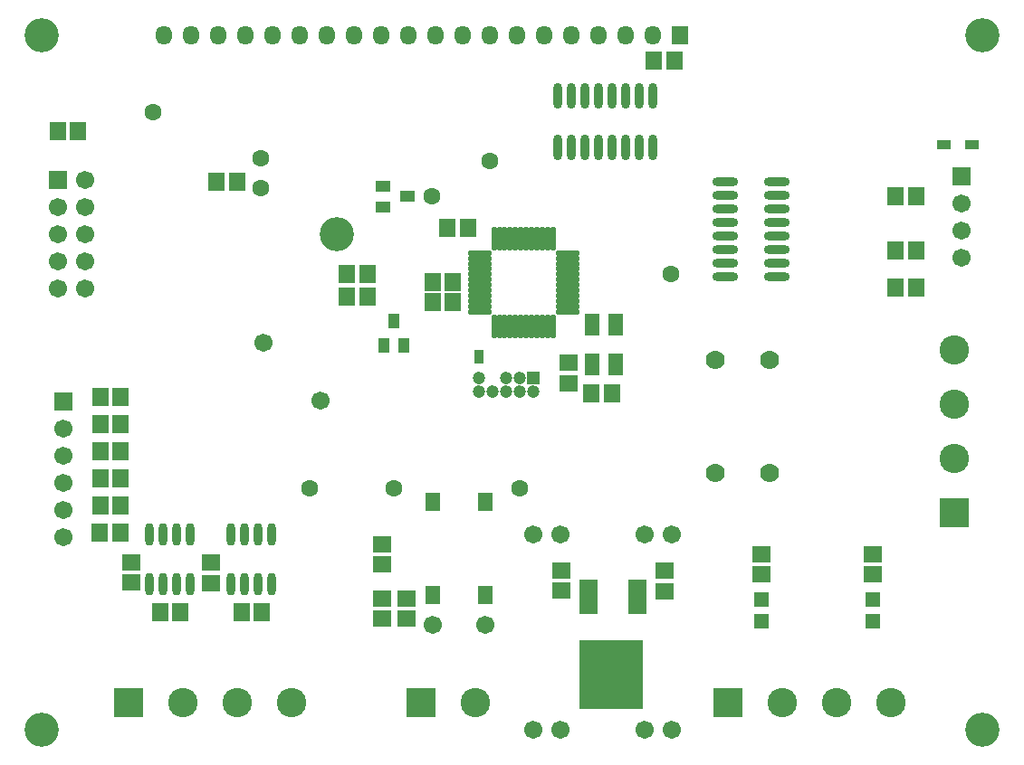
<source format=gts>
G04 Layer_Color=8388736*
%FSLAX23Y23*%
%MOIN*%
G70*
G01*
G75*
%ADD56R,0.067X0.059*%
%ADD57O,0.032X0.095*%
%ADD58O,0.095X0.032*%
%ADD59R,0.071X0.126*%
%ADD60R,0.236X0.252*%
%ADD61R,0.059X0.067*%
%ADD62O,0.020X0.091*%
%ADD63O,0.091X0.020*%
%ADD64O,0.032X0.083*%
%ADD65R,0.039X0.055*%
%ADD66R,0.055X0.068*%
%ADD67R,0.055X0.055*%
%ADD68R,0.055X0.079*%
%ADD69R,0.055X0.039*%
%ADD70R,0.028X0.036*%
%ADD71R,0.036X0.028*%
%ADD72R,0.020X0.014*%
%ADD73R,0.067X0.067*%
%ADD74C,0.067*%
%ADD75C,0.063*%
%ADD76R,0.108X0.108*%
%ADD77C,0.108*%
%ADD78R,0.108X0.108*%
%ADD79R,0.047X0.047*%
%ADD80C,0.047*%
%ADD81C,0.070*%
%ADD82O,0.059X0.071*%
%ADD83R,0.059X0.071*%
%ADD84C,0.126*%
D56*
X-479Y-871D02*
D03*
Y-797D02*
D03*
X561Y-695D02*
D03*
Y-770D02*
D03*
X181Y-693D02*
D03*
Y-767D02*
D03*
X-1400Y-737D02*
D03*
Y-663D02*
D03*
X-1109Y-740D02*
D03*
Y-665D02*
D03*
X207Y72D02*
D03*
Y-2D02*
D03*
X920Y-633D02*
D03*
Y-707D02*
D03*
X1330Y-633D02*
D03*
Y-707D02*
D03*
X-389Y-797D02*
D03*
Y-871D02*
D03*
X-479Y-671D02*
D03*
Y-597D02*
D03*
D57*
X519Y1057D02*
D03*
X469D02*
D03*
X419D02*
D03*
X369D02*
D03*
X319D02*
D03*
X269D02*
D03*
X219D02*
D03*
X169D02*
D03*
X519Y868D02*
D03*
X469D02*
D03*
X419D02*
D03*
X369D02*
D03*
X319D02*
D03*
X269D02*
D03*
X219D02*
D03*
X169D02*
D03*
D58*
X974Y390D02*
D03*
Y440D02*
D03*
Y490D02*
D03*
Y540D02*
D03*
Y590D02*
D03*
Y640D02*
D03*
Y690D02*
D03*
Y740D02*
D03*
X786Y390D02*
D03*
Y440D02*
D03*
Y490D02*
D03*
Y540D02*
D03*
Y590D02*
D03*
Y640D02*
D03*
Y690D02*
D03*
Y740D02*
D03*
D59*
X281Y-789D02*
D03*
X461D02*
D03*
D60*
X366Y-1076D02*
D03*
D61*
X-533Y401D02*
D03*
X-607D02*
D03*
X-533Y316D02*
D03*
X-607D02*
D03*
X1413Y686D02*
D03*
X1487D02*
D03*
X-1296Y-848D02*
D03*
X-1221D02*
D03*
X-996D02*
D03*
X-921D02*
D03*
X-1440Y-455D02*
D03*
X-1515D02*
D03*
X-1440Y-355D02*
D03*
X-1515D02*
D03*
X-1440Y-255D02*
D03*
X-1515D02*
D03*
X-1440Y-155D02*
D03*
X-1515D02*
D03*
X-1440Y-55D02*
D03*
X-1515D02*
D03*
X-1517Y-555D02*
D03*
X-1443D02*
D03*
X1413Y486D02*
D03*
X1487D02*
D03*
X-163Y571D02*
D03*
X-238D02*
D03*
X-218Y295D02*
D03*
X-293D02*
D03*
X-1598Y925D02*
D03*
X-1672D02*
D03*
X-218Y370D02*
D03*
X-293D02*
D03*
X1413Y350D02*
D03*
X1487D02*
D03*
X367Y-40D02*
D03*
X293D02*
D03*
X523Y1185D02*
D03*
X597D02*
D03*
X-1087Y740D02*
D03*
X-1013D02*
D03*
D62*
X-66Y531D02*
D03*
X-46D02*
D03*
X-27D02*
D03*
X-7D02*
D03*
X13D02*
D03*
X32D02*
D03*
X52D02*
D03*
X72D02*
D03*
X92D02*
D03*
X111D02*
D03*
X131D02*
D03*
X151D02*
D03*
Y208D02*
D03*
X131D02*
D03*
X111D02*
D03*
X92D02*
D03*
X72D02*
D03*
X52D02*
D03*
X32D02*
D03*
X13D02*
D03*
X-7D02*
D03*
X-27D02*
D03*
X-46D02*
D03*
X-66D02*
D03*
D63*
X204Y478D02*
D03*
Y458D02*
D03*
Y438D02*
D03*
Y419D02*
D03*
Y399D02*
D03*
Y379D02*
D03*
Y360D02*
D03*
Y340D02*
D03*
Y320D02*
D03*
Y301D02*
D03*
Y281D02*
D03*
Y261D02*
D03*
X-119D02*
D03*
Y281D02*
D03*
Y301D02*
D03*
Y320D02*
D03*
Y340D02*
D03*
Y360D02*
D03*
Y379D02*
D03*
Y399D02*
D03*
Y419D02*
D03*
Y438D02*
D03*
Y458D02*
D03*
Y478D02*
D03*
D64*
X-884Y-560D02*
D03*
X-934D02*
D03*
X-984D02*
D03*
X-1034D02*
D03*
X-884Y-745D02*
D03*
X-934D02*
D03*
X-984D02*
D03*
X-1034D02*
D03*
X-1334D02*
D03*
X-1284D02*
D03*
X-1234D02*
D03*
X-1184D02*
D03*
X-1334Y-560D02*
D03*
X-1284D02*
D03*
X-1234D02*
D03*
X-1184D02*
D03*
D65*
X-472Y135D02*
D03*
X-398D02*
D03*
X-435Y225D02*
D03*
D66*
X-293Y-784D02*
D03*
X-97D02*
D03*
Y-440D02*
D03*
X-293D02*
D03*
D67*
X1330Y-881D02*
D03*
Y-799D02*
D03*
X920D02*
D03*
Y-881D02*
D03*
D68*
X381Y65D02*
D03*
X294D02*
D03*
Y214D02*
D03*
X381D02*
D03*
D69*
X-475Y722D02*
D03*
Y648D02*
D03*
X-385Y685D02*
D03*
D70*
X1577Y877D02*
D03*
X1601D02*
D03*
X1705D02*
D03*
X1681D02*
D03*
D71*
X-123Y107D02*
D03*
Y83D02*
D03*
D72*
X1589Y877D02*
D03*
D73*
X1655Y760D02*
D03*
X-1650Y-70D02*
D03*
X-1670Y745D02*
D03*
D74*
X1655Y660D02*
D03*
Y560D02*
D03*
Y460D02*
D03*
X-704Y-66D02*
D03*
X-916Y146D02*
D03*
X-1650Y-570D02*
D03*
Y-470D02*
D03*
Y-370D02*
D03*
Y-270D02*
D03*
Y-170D02*
D03*
X-1670Y345D02*
D03*
X-1570D02*
D03*
Y445D02*
D03*
X-1670D02*
D03*
X-1570Y545D02*
D03*
X-1670D02*
D03*
X-1570Y645D02*
D03*
X-1670D02*
D03*
X-1570Y745D02*
D03*
X588Y-1280D02*
D03*
X178D02*
D03*
X588Y-560D02*
D03*
X178D02*
D03*
X78D02*
D03*
X488D02*
D03*
X78Y-1280D02*
D03*
X488D02*
D03*
X-293Y-895D02*
D03*
X-97D02*
D03*
D75*
X30Y-390D02*
D03*
X-435D02*
D03*
X-1320Y995D02*
D03*
X-745Y-390D02*
D03*
X585Y399D02*
D03*
X-295Y685D02*
D03*
X-925Y825D02*
D03*
Y715D02*
D03*
X-83Y815D02*
D03*
D76*
X-335Y-1180D02*
D03*
X795D02*
D03*
X-1410D02*
D03*
D77*
X-135D02*
D03*
X1395D02*
D03*
X1195D02*
D03*
X995D02*
D03*
X1630Y-280D02*
D03*
Y-80D02*
D03*
Y120D02*
D03*
X-1210Y-1180D02*
D03*
X-1010D02*
D03*
X-810D02*
D03*
D78*
X1630Y-480D02*
D03*
D79*
X77Y15D02*
D03*
D80*
Y-35D02*
D03*
X27Y15D02*
D03*
Y-35D02*
D03*
X-23Y15D02*
D03*
Y-35D02*
D03*
X-73D02*
D03*
X-123Y15D02*
D03*
Y-35D02*
D03*
D81*
X950Y82D02*
D03*
X750D02*
D03*
X950Y-333D02*
D03*
X750D02*
D03*
D82*
X-1280Y1280D02*
D03*
X-1180D02*
D03*
X-1080D02*
D03*
X-980D02*
D03*
X-880D02*
D03*
X-780D02*
D03*
X-580D02*
D03*
X-480D02*
D03*
X-380D02*
D03*
X-280D02*
D03*
X-180D02*
D03*
X-80D02*
D03*
X20D02*
D03*
X120D02*
D03*
X220D02*
D03*
X320D02*
D03*
X420D02*
D03*
X520D02*
D03*
X-680D02*
D03*
D83*
X619D02*
D03*
D84*
X-1732D02*
D03*
X1732D02*
D03*
Y-1280D02*
D03*
X-1732D02*
D03*
X-644Y548D02*
D03*
M02*

</source>
